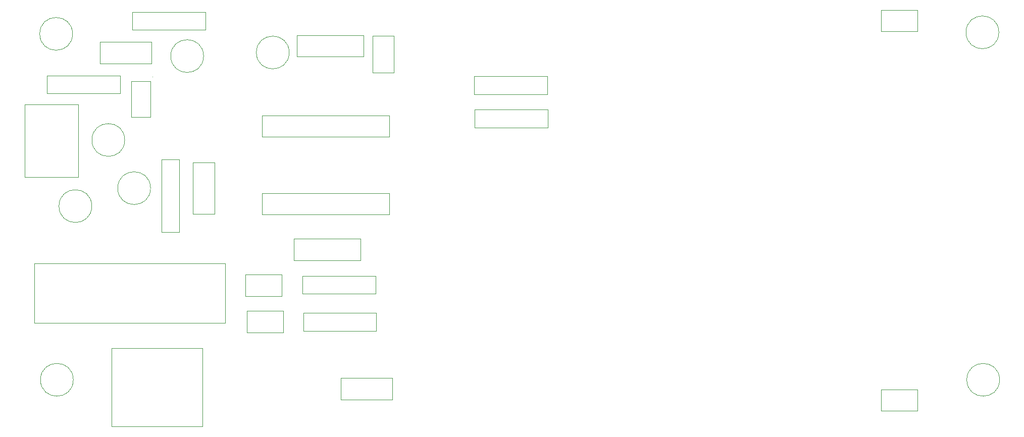
<source format=gbr>
%TF.GenerationSoftware,KiCad,Pcbnew,6.0.2+dfsg-1*%
%TF.CreationDate,2023-04-17T17:17:59+02:00*%
%TF.ProjectId,TransportPlatform_PCB,5472616e-7370-46f7-9274-506c6174666f,rev?*%
%TF.SameCoordinates,Original*%
%TF.FileFunction,Other,User*%
%FSLAX46Y46*%
G04 Gerber Fmt 4.6, Leading zero omitted, Abs format (unit mm)*
G04 Created by KiCad (PCBNEW 6.0.2+dfsg-1) date 2023-04-17 17:17:59*
%MOMM*%
%LPD*%
G01*
G04 APERTURE LIST*
%ADD10C,0.050000*%
G04 APERTURE END LIST*
D10*
%TO.C,R5*%
X114393000Y-37997000D02*
X114393000Y-40997000D01*
X126653000Y-37997000D02*
X114393000Y-37997000D01*
X114393000Y-40997000D02*
X126653000Y-40997000D01*
X126653000Y-40997000D02*
X126653000Y-37997000D01*
%TO.C,R2*%
X114520000Y-43585000D02*
X114520000Y-46585000D01*
X126780000Y-43585000D02*
X114520000Y-43585000D01*
X126780000Y-46585000D02*
X126780000Y-43585000D01*
X114520000Y-46585000D02*
X126780000Y-46585000D01*
%TO.C,J17*%
X53594000Y-83570000D02*
X68834000Y-83570000D01*
X68834000Y-83570000D02*
X68834000Y-96730000D01*
X68834000Y-96730000D02*
X53594000Y-96730000D01*
X53594000Y-96730000D02*
X53594000Y-83570000D01*
%TO.C,J8*%
X78845000Y-57605000D02*
X100195000Y-57605000D01*
X78845000Y-61155000D02*
X78845000Y-57605000D01*
X100195000Y-57605000D02*
X100195000Y-61155000D01*
X100195000Y-61155000D02*
X78845000Y-61155000D01*
%TO.C,J10*%
X95897000Y-34668000D02*
X84697000Y-34668000D01*
X84697000Y-34668000D02*
X84697000Y-31118000D01*
X84697000Y-31118000D02*
X95897000Y-31118000D01*
X95897000Y-31118000D02*
X95897000Y-34668000D01*
%TO.C,H4*%
X47200000Y-88900000D02*
G75*
G03*
X47200000Y-88900000I-2750000J0D01*
G01*
%TO.C,C5*%
X55826000Y-48665887D02*
G75*
G03*
X55826000Y-48665887I-2750000J0D01*
G01*
%TO.C,JP1*%
X100987000Y-31215000D02*
X97387000Y-31215000D01*
X100987000Y-37365000D02*
X100987000Y-31215000D01*
X97387000Y-31215000D02*
X97387000Y-37365000D01*
X97387000Y-37365000D02*
X100987000Y-37365000D01*
%TO.C,H3*%
X202521000Y-88900000D02*
G75*
G03*
X202521000Y-88900000I-2750000J0D01*
G01*
%TO.C,J11*%
X95379000Y-68856000D02*
X95379000Y-65256000D01*
X84179000Y-68856000D02*
X95379000Y-68856000D01*
X84179000Y-65256000D02*
X84179000Y-68856000D01*
X95379000Y-65256000D02*
X84179000Y-65256000D01*
%TO.C,C1*%
X83395000Y-33991113D02*
G75*
G03*
X83395000Y-33991113I-2750000J0D01*
G01*
%TO.C,H1*%
X47073000Y-30861000D02*
G75*
G03*
X47073000Y-30861000I-2750000J0D01*
G01*
%TO.C,F1*%
X40632000Y-69402000D02*
X72632000Y-69402000D01*
X72632000Y-69402000D02*
X72632000Y-79402000D01*
X72632000Y-79402000D02*
X40632000Y-79402000D01*
X40632000Y-79402000D02*
X40632000Y-69402000D01*
%TO.C,J18*%
X92068000Y-92224000D02*
X100718000Y-92224000D01*
X100718000Y-92224000D02*
X100718000Y-88624000D01*
X100718000Y-88624000D02*
X92068000Y-88624000D01*
X92068000Y-88624000D02*
X92068000Y-92224000D01*
%TO.C,D1*%
X56900900Y-44784900D02*
X60100900Y-44784900D01*
X60100900Y-44784900D02*
X60100900Y-38784900D01*
X60100900Y-38784900D02*
X56900900Y-38784900D01*
X56900900Y-38784900D02*
X56900900Y-44784900D01*
X60447100Y-38019100D02*
X60447100Y-38019100D01*
X60447100Y-38019100D02*
X60447100Y-38019100D01*
X60447100Y-38019100D02*
X60447100Y-38019100D01*
X60447100Y-38019100D02*
X60447100Y-38019100D01*
%TO.C,J16*%
X70888000Y-61094000D02*
X70888000Y-52444000D01*
X67288000Y-61094000D02*
X70888000Y-61094000D01*
X70888000Y-52444000D02*
X67288000Y-52444000D01*
X67288000Y-52444000D02*
X67288000Y-61094000D01*
%TO.C,R1*%
X42765000Y-40870000D02*
X55025000Y-40870000D01*
X55025000Y-37870000D02*
X42765000Y-37870000D01*
X55025000Y-40870000D02*
X55025000Y-37870000D01*
X42765000Y-37870000D02*
X42765000Y-40870000D01*
%TO.C,C2*%
X69044000Y-34588888D02*
G75*
G03*
X69044000Y-34588888I-2750000J0D01*
G01*
%TO.C,R9*%
X65000000Y-51909000D02*
X62000000Y-51909000D01*
X65000000Y-64169000D02*
X65000000Y-51909000D01*
X62000000Y-51909000D02*
X62000000Y-64169000D01*
X62000000Y-64169000D02*
X65000000Y-64169000D01*
%TO.C,J9*%
X100195000Y-48155000D02*
X78845000Y-48155000D01*
X78845000Y-44605000D02*
X100195000Y-44605000D01*
X78845000Y-48155000D02*
X78845000Y-44605000D01*
X100195000Y-44605000D02*
X100195000Y-48155000D01*
%TO.C,J4*%
X182688000Y-26902000D02*
X188788000Y-26902000D01*
X188788000Y-30452000D02*
X182688000Y-30452000D01*
X182688000Y-30452000D02*
X182688000Y-26902000D01*
X188788000Y-26902000D02*
X188788000Y-30452000D01*
%TO.C,H2*%
X202394000Y-30607000D02*
G75*
G03*
X202394000Y-30607000I-2750000J0D01*
G01*
%TO.C,R3*%
X97887500Y-74461500D02*
X97887500Y-71461500D01*
X85627500Y-71461500D02*
X85627500Y-74461500D01*
X85627500Y-74461500D02*
X97887500Y-74461500D01*
X97887500Y-71461500D02*
X85627500Y-71461500D01*
%TO.C,U1*%
X39024000Y-42748000D02*
X39024000Y-54858000D01*
X39024000Y-54858000D02*
X48024000Y-54858000D01*
X48024000Y-42748000D02*
X39024000Y-42748000D01*
X48024000Y-54858000D02*
X48024000Y-42748000D01*
%TO.C,J3*%
X182688000Y-90529000D02*
X188788000Y-90529000D01*
X188788000Y-90529000D02*
X188788000Y-94079000D01*
X182688000Y-94079000D02*
X182688000Y-90529000D01*
X188788000Y-94079000D02*
X182688000Y-94079000D01*
%TO.C,C3*%
X60154000Y-56749000D02*
G75*
G03*
X60154000Y-56749000I-2750000J0D01*
G01*
%TO.C,C4*%
X50298388Y-59763000D02*
G75*
G03*
X50298388Y-59763000I-2750000J0D01*
G01*
%TO.C,R4*%
X98014500Y-77684500D02*
X85754500Y-77684500D01*
X85754500Y-80684500D02*
X98014500Y-80684500D01*
X98014500Y-80684500D02*
X98014500Y-77684500D01*
X85754500Y-77684500D02*
X85754500Y-80684500D01*
%TO.C,R8*%
X69376000Y-27202000D02*
X57116000Y-27202000D01*
X57116000Y-30202000D02*
X69376000Y-30202000D01*
X57116000Y-27202000D02*
X57116000Y-30202000D01*
X69376000Y-30202000D02*
X69376000Y-27202000D01*
%TO.C,J15*%
X51697000Y-35836000D02*
X60347000Y-35836000D01*
X60347000Y-35836000D02*
X60347000Y-32236000D01*
X60347000Y-32236000D02*
X51697000Y-32236000D01*
X51697000Y-32236000D02*
X51697000Y-35836000D01*
%TO.C,J14*%
X82433500Y-80976300D02*
X82433500Y-77376300D01*
X82433500Y-77376300D02*
X76283500Y-77376300D01*
X76283500Y-77376300D02*
X76283500Y-80976300D01*
X76283500Y-80976300D02*
X82433500Y-80976300D01*
%TO.C,J13*%
X76034500Y-74880300D02*
X82184500Y-74880300D01*
X76034500Y-71280300D02*
X76034500Y-74880300D01*
X82184500Y-71280300D02*
X76034500Y-71280300D01*
X82184500Y-74880300D02*
X82184500Y-71280300D01*
%TD*%
M02*

</source>
